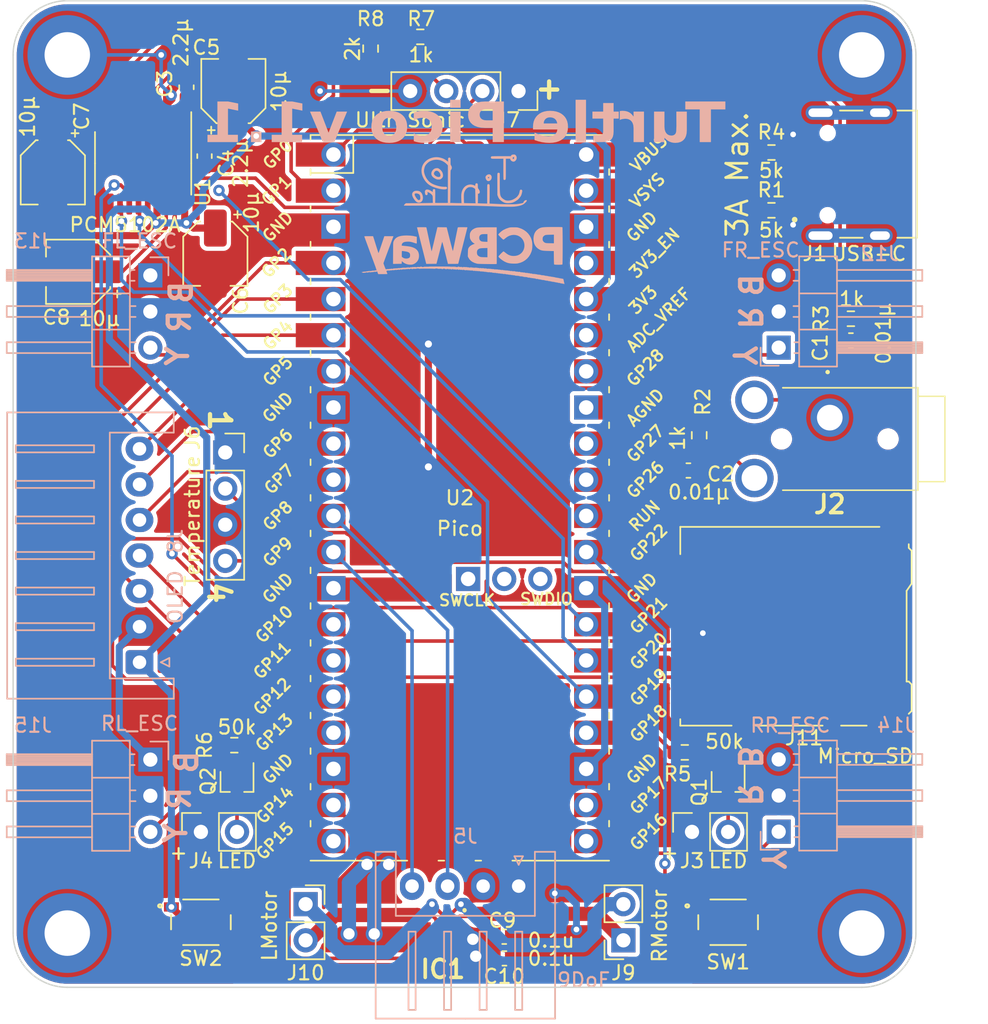
<source format=kicad_pcb>
(kicad_pcb (version 20221018) (generator pcbnew)
  (layers (0 "F.Cu" signal) (31 "B.Cu" signal) (34 "B.Paste" user) (35 "F.Paste" user) (36 "B.SilkS" user "B.Silkscreen") (37 "F.SilkS" user "F.Silkscreen") (38 "B.Mask" user) (39 "F.Mask" user) (44 "Edge.Cuts" user))
  (net 0 "")
  (net 1 "GND")
  (net 2 "+3.3V")
  (net 3 "+5V")
  (net 4 "Net-(J1-DN1)")
  (net 7 "Net-(J3-Pin_2)")
  (net 8 "/GP8")
  (net 9 "/GP9")
  (net 10 "/GP13")
  (net 11 "/GP10")
  (net 12 "/GP11")
  (net 13 "/GP16")
  (net 14 "/GP17")
  (net 15 "/GP15")
  (net 16 "/GP7")
  (net 17 "/GP2")
  (net 18 "/GP3")
  (net 19 "/GP4")
  (net 20 "/GP5")
  (net 21 "/GP12")
  (net 22 "/GP6")
  (net 23 "Net-(Q1-B)")
  (net 24 "Net-(Q2-B)")
  (net 25 "/GP28")
  (net 26 "/GP27")
  (net 27 "/GP14")
  (net 28 "/GP22")
  (net 29 "/GP18")
  (net 30 "/GP19")
  (net 31 "/GP20")
  (net 32 "/GP21")
  (net 33 "Net-(C1-Pad1)")
  (net 34 "Net-(U1-CAPP)")
  (net 35 "Net-(U1-CAPM)")
  (net 36 "Net-(U1-VNEG)")
  (net 37 "Net-(U1-LDOO)")
  (net 38 "Net-(IC1-AOUT1)")
  (net 39 "Net-(IC1-AOUT2)")
  (net 40 "Net-(IC1-BOUT1)")
  (net 41 "Net-(IC1-BOUT2)")
  (net 42 "Net-(J1-CC1)")
  (net 43 "Net-(J1-DP1)")
  (net 44 "Net-(J1-CC2)")
  (net 45 "Net-(J4-Pin_2)")
  (net 46 "Net-(J7-Pin_3)")
  (net 47 "/GP0")
  (net 48 "/GP1")
  (net 53 "Net-(C2-Pad1)")
  (net 54 "Net-(U1-OUTR)")
  (net 55 "Net-(U1-OUTL)")
  (footprint "MountingHole:MountingHole_3.2mm_M3_DIN965_Pad" (layer "F.Cu") (at 117.856 126.492)
    (fp_text reference "REF**")
    (fp_text value "MountingHole_3.2mm_M3_DIN965_Pad" hide)
  )
  (footprint "Package_TO_SOT_SMD:SOT-323_SC-70" (layer "F.Cu") (at 164.338 115.84 -90)
    (fp_text reference "Q1")
    (fp_text value "2SC4213" hide)
  )
  (footprint "Resistor_SMD:R_0603_1608Metric" (layer "F.Cu") (at 167.386 71.628)
    (fp_text reference "R4")
    (fp_text value "5k")
  )
  (footprint "Resistor_SMD:R_0603_1608Metric" (layer "F.Cu") (at 139.192 64.325 -90)
    (fp_text reference "R8")
    (fp_text value "2k")
  )
  (footprint "Resistor_SMD:R_0603_1608Metric" (layer "F.Cu") (at 142.685 63.5 180)
    (fp_text reference "R7")
    (fp_text value "1k")
  )
  (footprint "DRV8835:DRV8835DSSR" (layer "F.Cu") (at 144.546 126.934 -90)
    (fp_text reference "IC1")
    (fp_text value "DRV8835DSSR" hide)
  )
  (footprint "Resistor_SMD:R_0603_1608Metric" (layer "F.Cu") (at 129.603 113.284 180)
    (fp_text reference "R6")
    (fp_text value "50k")
  )
  (footprint "MountingHole:MountingHole_3.2mm_M3_DIN965_Pad" (layer "F.Cu") (at 173.736 126.492)
    (fp_text reference "REF**")
    (fp_text value "MountingHole_3.2mm_M3_DIN965_Pad" hide)
  )
  (footprint "Resistor_SMD:R_0603_1608Metric" (layer "F.Cu") (at 161.29 113.792 180)
    (fp_text reference "R5")
    (fp_text value "50k")
  )
  (footprint "STX-3000:STX3000" (layer "F.Cu") (at 171.488 90.264 180)
    (fp_text reference "J2")
    (fp_text value "AudioJack3" hide)
  )
  (footprint "Connector_PinSocket_2.54mm:PinSocket_1x02_P2.54mm_Vertical" (layer "F.Cu") (at 134.62 124.46)
    (fp_text reference "J10")
    (fp_text value "LMotor")
  )
  (footprint "Connector_PinSocket_2.54mm:PinSocket_1x02_P2.54mm_Vertical" (layer "F.Cu") (at 156.972 127 180)
    (fp_text reference "J9")
    (fp_text value "RMotor")
  )
  (footprint "Capacitor_SMD:C_0603_1608Metric" (layer "F.Cu") (at 161.544 93.98 180)
    (fp_text reference "C2")
    (fp_text value "0.01µ")
  )
  (footprint "SW_SKRPACE010:SW_SKRPACE010" (layer "F.Cu") (at 127.254 125.73)
    (fp_text reference "SW2")
    (fp_text value "SW_Push" hide)
  )
  (footprint "Capacitor_SMD:CP_Elec_4x5.4" (layer "F.Cu") (at 128.27 78.74 -90)
    (fp_text reference "C6")
    (fp_text value "10µ")
  )
  (footprint "Resistor_SMD:R_0603_1608Metric" (layer "F.Cu") (at 172.974 83.312)
    (fp_text reference "R3")
    (fp_text value "1k")
  )
  (footprint "Capacitor_SMD:C_0603_1608Metric" (layer "F.Cu") (at 126.238 67.043 90)
    (fp_text reference "C3")
    (fp_text value "2.2µ")
  )
  (footprint "Connector_PinSocket_2.54mm:PinSocket_1x04_P2.54mm_Vertical" (layer "F.Cu") (at 128.965 92.71)
    (fp_text reference "J6")
    (fp_text value "Temperature")
  )
  (footprint "Connector_PinSocket_2.54mm:PinSocket_1x02_P2.54mm_Vertical" (layer "F.Cu") (at 127.254 119.38 90)
    (fp_text reference "J4")
    (fp_text value "LED")
  )
  (footprint "Capacitor_SMD:C_0603_1608Metric" (layer "F.Cu") (at 148.59 126.746)
    (fp_text reference "C9")
    (fp_text value "0.1u")
  )
  (footprint "SW_SKRPACE010:SW_SKRPACE010" (layer "F.Cu") (at 164.338 125.73)
    (fp_text reference "SW1")
    (fp_text value "SW_Push" hide)
  )
  (footprint "Connector_PinSocket_2.54mm:PinSocket_1x04_P2.54mm_Vertical" (layer "F.Cu") (at 149.596 67.31 -90)
    (fp_text reference "J7")
    (fp_text value "UltraSonic")
  )
  (footprint "RPi_Pico:RPi_Pico_SMD_TH" (layer "F.Cu") (at 145.4659 95.9)
    (fp_text reference "U2")
    (fp_text value "Pico")
  )
  (footprint "Connector_Card:microSD_HC_Hirose_DM3AT-SF-PEJM5" (layer "F.Cu") (at 168.858 104.935 90)
    (fp_text reference "J11")
    (fp_text value "Micro_SD")
  )
  (footprint "Capacitor_SMD:CP_Elec_4x5.4" (layer "F.Cu") (at 118.618 80.01 180)
    (fp_text reference "C8")
    (fp_text value "10µ")
  )
  (footprint "Resistor_SMD:R_0603_1608Metric" (layer "F.Cu") (at 167.386 75.692)
    (fp_text reference "R1")
    (fp_text value "5k")
  )
  (footprint "Connector_PinSocket_2.54mm:PinSocket_1x02_P2.54mm_Vertical" (layer "F.Cu") (at 161.798 119.38 90)
    (fp_text reference "J3")
    (fp_text value "LED")
  )
  (footprint "Package_SO:TSSOP-20_4.4x6.5mm_P0.65mm" (layer "F.Cu") (at 123.19 72.39 -90)
    (fp_text reference "U1")
    (fp_text value "PCM5102A")
  )
  (footprint "Capacitor_SMD:C_0603_1608Metric" (layer "F.Cu") (at 148.603 128.27)
    (fp_text reference "C10")
    (fp_text value "0.1u")
  )
  (footprint "MountingHole:MountingHole_3.2mm_M3_DIN965_Pad" (layer "F.Cu") (at 117.856 64.77)
    (fp_text reference "REF**")
    (fp_text value "MountingHole_3.2mm_M3_DIN965_Pad" hide)
  )
  (footprint "NELTRON_5077CR-16SMC2-BK-TR:NELTRON_5077CR-16SMC2-BK-TR" (layer "F.Cu") (at 171.3375 73.15 90)
    (fp_text reference "J1")
    (fp_text value "USB-C")
  )
  (footprint "MountingHole:MountingHole_3.2mm_M3_DIN965_Pad" (layer "F.Cu") (at 173.736 64.77)
    (fp_text reference "REF**")
    (fp_text value "MountingHole_3.2mm_M3_DIN965_Pad" hide)
  )
  (footprint "Package_TO_SOT_SMD:SOT-323_SC-70" (layer "F.Cu") (at 129.794 115.84 -90)
    (fp_text reference "Q2")
    (fp_text value "2SC4213" hide)
  )
  (footprint "Capacitor_SMD:CP_Elec_4x5.4" (layer "F.Cu") (at 116.84 73.025 -90)
    (fp_text reference "C7")
    (fp_text value "10µ")
  )
  (footprint "Capacitor_SMD:CP_Elec_4x5.4" (layer "F.Cu") (at 129.54 67.31 90)
    (fp_text reference "C5")
    (fp_text value "10µ")
  )
  (footprint "Resistor_SMD:R_0603_1608Metric" (layer "F.Cu") (at 162.306 91.503 -90)
    (fp_text reference "R2")
    (fp_text value "1k")
  )
  (footprint "Capacitor_SMD:C_0603_1608Metric" (layer "F.Cu") (at 127.508 71.882 -90)
    (fp_text reference "C4")
    (fp_text value "2.2µ")
  )
  (footprint "Capacitor_SMD:C_0603_1608Metric" (layer "F.Cu") (at 172.974 84.836 180)
    (fp_text reference "C1")
    (fp_text value "0.01µ")
  )
  (footprint "Connector_PinHeader_2.54mm:PinHeader_1x03_P2.54mm_Horizontal" (layer "B.Cu") (at 167.894 119.365)
    (fp_text reference "J14")
    (fp_text value "RR_ESC")
  )
  (footprint "PCBWay:PCBWay" (layer "B.Cu") (at 145.796 78.74 180)
    (fp_text reference "G***" hide)
    (fp_text value "LOGO" hide)
  )
  (footprint "Connector_JST:JST_XH_S7B-XH-A_1x07_P2.50mm_Horizontal" (layer "B.Cu") (at 122.936 107.456 90)
    (fp_text reference "J8")
    (fp_text value "OLED")
  )
  (footprint "Connector_PinHeader_2.54mm:PinHeader_1x03_P2.54mm_Horizontal" (layer "B.Cu") (at 123.698 80.264 180)
    (fp_text reference "J13")
    (fp_text value "FL_ESC")
  )
  (footprint "Connector_PinHeader_2.54mm:PinHeader_1x03_P2.54mm_Horizontal" (layer "B.Cu") (at 167.894 85.344)
    (fp_text reference "J12")
    (fp_text value "FR_ESC")
  )
  (footprint "Connector_PinHeader_2.54mm:PinHeader_1x03_P2.54mm_Horizontal" (layer "B.Cu") (at 123.698 114.3 180)
    (fp_text reference "J15")
    (fp_text value "RL_ESC")
  )
  (footprint "JinPro:JinPro" (layer "B.Cu") (at 145.796 73.66 180)
    (fp_text reference "G***" hide)
    (fp_text value "LOGO" hide)
  )
  (footprint "Connector_JST:JST_XH_S4B-XH-A_1x04_P2.50mm_Horizontal" (layer "B.Cu") (at 149.606 123.19 180)
    (fp_text reference "J5")
    (fp_text value "9DoF")
  )
  (gr_line (start 177.546 64.770006) (end 177.546 126.492) (stroke (width 0.1)) (layer "Edge.Cuts"))
  (gr_line (start 117.856065 60.960025) (end 173.736 60.96) (stroke (width 0.1)) (layer "Edge.Cuts"))
  (gr_line (start 173.736 130.302) (end 117.856 130.302) (stroke (width 0.1)) (layer "Edge.Cuts"))
  (gr_arc (start 173.736 60.96) (mid 176.430085 62.075922) (end 177.546 64.77) (stroke (width 0.1)) (layer "Edge.Cuts"))
  (gr_arc (start 114.045987 64.770038) (mid 115.161934 62.075923) (end 117.856065 60.960025) (stroke (width 0.1)) (layer "Edge.Cuts"))
  (gr_line (start 114.046 126.492) (end 114.045987 64.770038) (stroke (width 0.1)) (layer "Edge.Cuts"))
  (gr_arc (start 177.546 126.492) (mid 176.430077 129.186077) (end 173.736 130.302) (stroke (width 0.1)) (layer "Edge.Cuts"))
  (gr_arc (start 117.856 130.302) (mid 115.161923 129.186077) (end 114.046 126.492) (stroke (width 0.1)) (layer "Edge.Cuts"))
  (gr_text "Y" (at 126.365 118.618 90) (layer "B.SilkS") (effects (font (size 1.5 1.5) (thickness 0.3) bold) (justify left bottom mirror)))
  (gr_text "R" (at 164.973 84.201 -90) (layer "B.SilkS") (effects (font (size 1.5 1.5) (thickness 0.3) bold) (justify left bottom mirror)))
  (gr_text "B" (at 127.127 113.538 90) (layer "B.SilkS") (effects (font (size 1.5 1.5) (thickness 0.3) bold) (justify left bottom mirror)))
  (gr_text "R" (at 126.619 116.078 90) (layer "B.SilkS") (effects (font (size 1.5 1.5) (thickness 0.3) bold) (justify left bottom mirror)))
  (gr_text "Y" (at 166.624 122.174 -90) (layer "B.SilkS") (effects (font (size 1.5 1.5) (thickness 0.3) bold) (justify left bottom mirror)))
  (gr_text "R" (at 126.619 82.55 90) (layer "B.SilkS") (effects (font (size 1.5 1.5) (thickness 0.3) bold) (justify left bottom mirror)))
  (gr_text "Y" (at 164.592 86.741 -90) (layer "B.SilkS") (effects (font (size 1.5 1.5) (thickness 0.3) bold) (justify left bottom mirror)))
  (gr_text "B" (at 166.878 80.01 90) (layer "B.SilkS") (effects (font (size 1.5 1.5) (thickness 0.3) bold) (justify left bottom mirror)))
  (gr_text "B" (at 164.973 115.062 -90) (layer "B.SilkS") (effects (font (size 1.5 1.5) (thickness 0.3) bold) (justify left bottom mirror)))
  (gr_text "Y" (at 126.492 85.09 90) (layer "B.SilkS") (effects (font (size 1.5 1.5) (thickness 0.3) bold) (justify left bottom mirror)))
  (gr_text "Turtle Pico v1.1" (at 145.796 71.374) (layer "B.SilkS") (effects (font (size 2.8 3) (thickness 0.3) bold) (justify bottom mirror)))
  (gr_text "B" (at 126.746 80.518 90) (layer "B.SilkS") (effects (font (size 1.5 1.5) (thickness 0.3) bold) (justify left bottom mirror)))
  (gr_text "R" (at 164.973 117.729 -90) (layer "B.SilkS") (effects (font (size 1.5 1.5) (thickness 0.3) bold) (justify left bottom mirror)))
  (gr_text "3A Max." (at 165.862 77.724 90) (layer "F.SilkS") (effects (font (size 1.5 1.5) (thickness 0.1875)) (justify left bottom)))
  (gr_text "+" (at 124.968 121.412) (layer "F.SilkS") (effects (font (size 1 1)) (justify left bottom)))
  (gr_text "1" (at 127.695 89.535 -90) (layer "F.SilkS") (effects (font (size 1.5 1.5) (thickness 0.3) bold) (justify left bottom)))
  (gr_text "+" (at 150.622 67.975) (layer "F.SilkS") (effects (font (size 1.5 1.5) (thickness 0.3) bold) (justify left bottom)))
  (gr_text "4" (at 127.635 101.66 -90) (layer "F.SilkS") (effects (font (size 1.5 1.5) (thickness 0.3) bold) (justify left bottom)))
  (gr_text "+" (at 159.512 121.412) (layer "F.SilkS") (effects (font (size 1 1)) (justify left bottom)))
  (gr_text "-" (at 138.684 68.072) (layer "F.SilkS") (effects (font (size 1.5 1.5) (thickness 0.3) bold) (justify left bottom)))
  (segment (start 137.7509 98.345) (end 138.938 97.1579) (width 0.25) (layer "F.Cu") (net 1))
  (segment (start 128.965 97.79) (end 129.52 98.345) (width 0.25) (layer "F.Cu") (net 1))
  (segment (start 137.048 89.55) (end 136.5759 89.55) (width 0.25) (layer "F.Cu") (net 1))
  (segment (start 138.938 97.1579) (end 138.938 91.44) (width 0.25) (layer "F.Cu") (net 1))
  (segment (start 138.938 91.44) (end 137.048 89.55) (width 0.25) (layer "F.Cu") (net 1))
  (segment (start 129.52 98.345) (end 137.7509 98.345) (width 0.25) (layer "F.Cu") (net 1))
  (via (at 137.668 126.5428) (size 1.2) (drill 0.8) (layers "F.Cu" "B.Cu") (net 1))
  (via (at 152.146 123.698) (size 0.8) (drill 0.4) (layers "F.Cu" "B.Cu") (net 1))
  (via (at 135.636 67.31) (size 0.8) (drill 0.4) (layers "F.Cu" "B.Cu") (net 1))
  (via (at 125.163 67.604959) (size 0.8) (drill 0.4) (layers "F.Cu" "B.Cu") (net 1))
  (via (at 138.938 121.666) (size 1.2) (drill 0.8) (layers "F.Cu" "B.Cu") (net 1))
  (via (at 124.46 64.77) (size 0.8) (drill 0.4) (layers "F.Cu" "B.Cu") (net 1))
  (via (at 140.462 121.666) (size 1.2) (drill 0.8) (layers "F.Cu" "B.Cu") (net 1))
  (via (at 139.446 126.5428) (size 1.2) (drill 0.8) (layers "F.Cu" "B.Cu") (net 1))
  (via (at 153.67 126.238) (size 0.8) (drill 0.4) (layers "F.Cu" "B.Cu") (net 1))
  (segment (start 153.67 124.46) (end 153.67 126.238) (width 0.48) (layer "B.Cu") (net 1))
  (segment (start 155.6559 113.65) (end 155.6559 103.55) (width 0.5) (layer "B.Cu") (net 1))
  (segment (start 153.67 124.46) (end 152.908 123.698) (width 0.48) (layer "B.Cu") (net 1))
  (segment (start 170.8375 68.83) (end 175.0175 68.83) (width 1) (layer "B.Cu") (net 1))
  (segment (start 170.8375 77.47) (end 175.0175 77.47) (width 1) (layer "B.Cu") (net 1))
  (segment (start 139.446 126.5428) (end 139.446 122.682) (width 1) (layer "B.Cu") (net 1))
  (segment (start 124.46 66.901959) (end 125.163 67.604959) (width 0.25) (layer "B.Cu") (net 1))
  (segment (start 137.668 126.5428) (end 137.668 122.936) (width 1) (layer "B.Cu") (net 1))
  (segment (start 152.908 123.698) (end 152.146 123.698) (width 0.48) (layer "B.Cu") (net 1))
  (segment (start 139.446 122.682) (end 140.462 121.666) (width 1) (layer "B.Cu") (net 1))
  (segment (start 124.46 64.77) (end 124.46 66.901959) (width 0.25) (layer "B.Cu") (net 1))
  (segment (start 155.6559 103.55) (end 154.3559 102.25) (width 0.5) (layer "B.Cu") (net 1))
  (segment (start 123.698 114.3) (end 121.511 112.113) (width 0.5) (layer "B.Cu") (net 1))
  (segment (start 137.668 122.936) (end 138.938 121.666) (width 1) (layer "B.Cu") (net 1))
  (segment (start 124.46 64.77) (end 117.856 64.77) (width 0.25) (layer "B.Cu") (net 1))
  (segment (start 121.511 112.113) (end 121.511 106.381) (width 0.5) (layer "B.Cu") (net 1))
  (segment (start 121.511 106.381) (end 122.936 104.956) (width 0.5) (layer "B.Cu") (net 1))
  (segment (start 154.3559 114.95) (end 155.6559 113.65) (width 0.5) (layer "B.Cu") (net 1))
  (segment (start 141.976 67.31) (end 135.636 67.31) (width 0.25) (layer "B.Cu") (net 1))
  (segment (start 128.27 76.94) (end 126.732 76.94) (width 0.5) (layer "F.Cu") (net 2))
  (segment (start 129.1225 69.5275) (end 129.54 69.11) (width 0.5) (layer "F.Cu") (net 2))
  (segment (start 115.57 76.151878) (end 115.57 72.495) (width 0.5) (layer "F.Cu") (net 2))
  (segment (start 126.373 76.581) (end 126.238 76.581) (width 0.5) (layer "F.Cu") (net 2))
  (segment (start 124.165 76.427082) (end 124.079 76.513082) (width 0.5) (layer "F.Cu") (net 2))
  (segment (start 126.238 76.446) (end 126.115 76.323) (width 0.5) (layer "F.Cu") (net 2))
  (segment (start 123.122082 77.47) (end 116.888122 77.47) (width 0.5) (layer "F.Cu") (net 2))
  (segment (start 120.735588 71.225) (end 116.84 71.225) (width 0.5) (layer "F.Cu") (net 2))
  (segment (start 163.238 125.63) (end 162.263 124.655) (width 0.5) (layer "F.Cu") (net 2))
  (segment (start 121.565 69.5275) (end 121.565 70.395588) (width 0.5) (layer "F.Cu") (net 2))
  (segment (start 126.115 76.323) (end 126.115 75.2525) (width 0.5) (layer "F.Cu") (net 2))
  (segment (start 126.732 76.94) (end 126.373 76.581) (width 0.5) (layer "F.Cu") (net 2))
  (segment (start 129.54 69.11) (end 129.786918 69.11) (width 0.5) (layer "F.Cu") (net 2))
  (segment (start 163.238 127.58) (end 163.238 125.63) (width 0.5) (layer "F.Cu") (net 2))
  (segment (start 124.079 76.581) (end 124.011082 76.581) (width 0.5) (layer "F.Cu") (net 2))
  (segment (start 129.786918 69.11) (end 131.146918 70.47) (width 0.5) (layer "F.Cu") (net 2))
  (segment (start 126.238 76.581) (end 126.238 76.446) (width 0.5) (layer "F.Cu") (net 2))
  (segment (start 116.888122 77.47) (end 115.57 76.151878) (width 0.5) (layer "F.Cu") (net 2))
  (segment (start 126.115 69.5275) (end 129.1225 69.5275) (width 0.5) (layer "F.Cu") (net 2))
  (segment (start 121.565 70.395588) (end 120.735588 71.225) (width 0.5) (layer "F.Cu") (net 2))
  (segment (start 124.165 75.2525) (end 124.165 76.427082) (width 0.5) (layer "F.Cu") (net 2))
  (segment (start 125.179 124.655) (end 130.269 129.745) (width 0.5) (layer "F.Cu") (net 2))
  (segment (start 124.011082 76.581) (end 123.122082 77.47) (width 0.5) (layer "F.Cu") (net 2))
  (segment (start 124.079 76.513082) (end 124.079 76.581) (width 0.5) (layer "F.Cu") (net 2))
  (segment (start 130.269 129.745) (end 161.073 129.745) (width 0.5) (layer "F.Cu") (net 2))
  (segment (start 161.073 129.745) (end 163.238 127.58) (width 0.5) (layer "F.Cu") (net 2))
  (segment (start 115.57 72.495) (end 116.84 71.225) (width 0.5) (layer "F.Cu") (net 2))
  (via (at 131.146918 70.47) (size 0.8) (drill 0.4) (layers "F.Cu" "B.Cu") (net 2))
  (via (at 125.179 124.655) (size 0.8) (drill 0.4) (layers "F.Cu" "B.Cu") (net 2))
  (via (at 126.238 76.581) (size 0.8) (drill 0.4) (layers "F.Cu" "B.Cu") (net 2))
  (via (at 124.079 76.581) (size 0.8) (drill 0.4) (layers "F.Cu" "B.Cu") (net 2))
  (segment (start 124.079 76.581) (end 126.238 76.581) (width 0.5) (layer "B.Cu") (net 2))
  (segment (start 127.381 74.235918) (end 131.146918 70.47) (width 0.5) (layer "B.Cu") (net 2))
  (segment (start 125.179 109.699) (end 125.179 124.655) (width 0.5) (layer "B.Cu") (net 2))
  (segment (start 124.079 76.394918) (end 124.079 76.581) (width 0.5) (layer "B.Cu") (net 2))
  (segment (start 120.816 76.101918) (end 121.313918 75.604) (width 0.5) (layer "B.Cu") (net 2))
  (segment (start 123.288082 75.604) (end 124.079 76.394918) (width 0.5) (layer "B.Cu") (net 2))
  (segment (start 122.936 107.456) (end 127.665 102.727) (width 0.5) (layer "B.Cu") (net 2))
  (segment (start 155.829 80.4569) (end 154.3559 81.93) (width 0.5) (layer "B.Cu") (net 2))
  (segment (start 131.146918 70.47) (end 154.925 70.47) (width 0.5) (layer "B.Cu") (net 2))
  (segment (start 126.238 76.581) (end 127.381 75.438) (width 0.5) (layer "B.Cu") (net 2))
  (segment (start 127.665 102.727) (end 127.665 91.657478) (width 0.5) (layer "B.Cu") (net 2))
  (segment (start 127.381 75.438) (end 127.381 74.235918) (width 0.5) (layer "B.Cu") (net 2))
  (segment (start 122.936 107.456) (end 125.179 109.699) (width 0.5) (layer "B.Cu") (net 2))
  (segment (start 121.313918 75.604) (end 123.288082 75.604) (width 0.5) (layer "B.Cu") (net 2))
  (segment (start 154.925 70.47) (end 155.829 71.374) (width 0.5) (layer "B.Cu") (net 2))
  (segment (start 155.829 71.374) (end 155.829 80.4569) (width 0.5) (layer "B.Cu") (net 2))
  (segment (start 120.816 84.808478) (end 120.816 76.101918) (width 0.5) (layer "B.Cu") (net 2))
  (segment (start 127.665 91.657478) (end 120.816 84.808478) (width 0.5) (layer "B.Cu") (net 2))
  (segment (start 169.302 70.75) (end 170.1437 70.75) (width 0.5) (layer "F.Cu") (net 3))
  (segment (start 147.815 128.257) (end 147.828 128.27) (width 1) (layer "F.Cu") (net 3))
  (segment (start 170.2725 75.55) (end 169.33 75.55) (width 0.5) (layer "F.Cu") (net 3))
  (segment (start 168.91 70.358) (end 169.302 70.75) (width 0.5) (layer "F.Cu") (net 3))
  (segment (start 168.91 76.708) (end 169.061 76.557) (width 0.5) (layer "F.Cu") (net 3))
  (segment (start 169.33 75.55) (end 169.061 75.819) (width 0.5) (layer "F.Cu") (net 3))
  (segment (start 143.256 85.09) (end 143.256 93.726) (width 0.5) (layer "F.Cu") (net 3))
  (segment (start 161.133 105.46) (end 162.51 105.46) (width 0.25) (layer "F.Cu") (net 3))
  (segment (start 169.061 76.557) (end 169.061 75.819) (width 0.5) (layer "F.Cu") (net 3))
  (segment (start 145.296 127.884) (end 145.796 127.884) (width 0.25) (layer "F.Cu") (net 3))
  (segment (start 162.51 105.46) (end 162.56 105.41) (width 0.25) (layer "F.Cu") (net 3))
  (via (at 146.3802 126.9238) (size 1.2) (drill 0.8) (layers "F.Cu" "B.Cu") (net 3))
  (via (at 146.5834 128.1176) (size 1.2) (drill 0.8) (layers "F.Cu" "B.Cu") (net 3))
  (via (at 143.256 93.726) (size 0.8) (drill 0.5) (layers "F.Cu" "B.Cu") (net 3))
  (via (at 162.56 105.41) (size 0.8) (drill 0.4) (layers "F.Cu" "B.Cu") (net 3))
  (via (at 143.256 85.09) (size 0.8) (drill 0.5) (layers "F.Cu" "B.Cu") (net 3))
  (via (at 168.91 70.358) (size 0.8) (drill 0.4) (layers "F.Cu" "B.Cu") (net 3))
  (via (at 168.91 76.708) (size 0.8) (drill 0.4) (layers "F.Cu" "B.Cu") (net 3))
  (segment (start 143.3789 70.926566) (end 143.792466 70.513) (width 0.25) (layer "F.Cu") (net 4))
  (segment (start 171.196 73.8515) (end 171.196 72.9485) (width 0.25) (layer "F.Cu") (net 4))
  (segment (start 147.822334 75.485) (end 145.732334 73.395) (width 0.25) (layer "F.Cu") (net 4))
  (segment (start 145.3789 70.513) (end 146.4659 71.6) (width 0.25) (layer "F.Cu") (net 4))
  (segment (start 158.9159 73.9) (end 157.3309 75.485) (width 0.25) (layer "F.Cu") (net 4))
  (segment (start 170.2725 73.9) (end 171.1475 73.9) (width 0.25) (layer "F.Cu") (net 4))
  (segment (start 143.3789 72.273434) (end 143.3789 70.926566) (width 0.25) (layer "F.Cu") (net 4))
  (segment (start 145.732334 73.395) (end 144.500466 73.395) (width 0.25) (layer "F.Cu") (net 4))
  (segment (start 171.196 72.9485) (end 171.1475 72.9) (width 0.25) (layer "F.Cu") (net 4))
  (segment (start 171.1475 73.9) (end 171.196 73.8515) (width 0.25) (layer "F.Cu") (net 4))
  (segment (start 170.2725 73.9) (end 158.9159 73.9) (width 0.25) (layer "F.Cu") (net 4))
  (segment (start 144.500466 73.395) (end 143.3789 72.273434) (width 0.25) (layer "F.Cu") (net 4))
  (segment (start 171.1475 72.9) (end 170.2725 72.9) (width 0.25) (layer "F.Cu") (net 4))
  (segment (start 143.792466 70.513) (end 145.3789 70.513) (width 0.25) (layer "F.Cu") (net 4))
  (segment (start 157.3309 75.485) (end 147.822334 75.485) (width 0.25) (layer "F.Cu") (net 4))
  (segment (start 164.338 119.38) (end 164.338 116.84) (width 0.25) (layer "F.Cu") (net 7))
  (segment (start 136.5759 97.17) (end 130.885 97.17) (width 0.25) (layer "F.Cu") (net 8))
  (segment (start 130.885 97.17) (end 128.965 95.25) (width 0.25) (layer "F.Cu") (net 8))
  (segment (start 144.606 105.2001) (end 136.5759 97.17) (width 0.25) (layer "B.Cu") (net 8))
  (segment (start 144.606 123.19) (end 144.606 105.2001) (width 0.25) (layer "B.Cu") (net 8))
  (segment (start 135.9559 100.33) (end 136.5759 99.71) (width 0.25) (layer "F.Cu") (net 9))
  (segment (start 136.5759 99.71) (end 135.8309 98.965) (width 0.25) (layer "F.Cu") (net 9))
  (segment (start 128.965 100.33) (end 135.9559 100.33) (width 0.25) (layer "F.Cu") (net 9))
  (segment (start 142.106 105.2401) (end 136.5759 99.71) (width 0.25) (layer "B.Cu") (net 9))
  (segment (start 142.106 123.19) (end 142.106 105.2401) (width 0.25) (layer "B.Cu") (net 9))
  (segment (start 127.508 115.57) (end 130.81 115.57) (width 0.25) (layer "F.Cu") (net 10))
  (segment (start 133.97 112.41) (end 136.5759 112.41) (width 0.25) (layer "F.Cu") (net 10))
  (segment (start 130.81 115.57) (end 133.97 112.41) (width 0.25) (layer "F.Cu") (net 10))
  (segment (start 123.698 119.38) (end 127.508 115.57) (width 0.25) (layer "F.Cu") (net 10))
  (segment (start 136.5759 104.79) (end 127.77 104.79) (width 0.25) (layer "F.Cu") (net 11))
  (segment (start 157.9259 106.56) (end 157.3309 105.965) (width 0.25) (layer "F.Cu") (net 11))
  (segment (start 137.7509 105.965) (end 136.5759 104.79) (width 0.25) (layer "F.Cu") (net 11))
  (segment (start 127.77 104.79) (end 122.936 99.956) (width 0.25) (layer "F.Cu") (net 11))
  (segment (start 161.133 106.56) (end 157.9259 106.56) (width 0.25) (layer "F.Cu") (net 11))
  (segment (start 157.3309 105.965) (end 137.7509 105.965) (width 0.25) (layer "F.Cu") (net 11))
  (segment (start 152.749 100.425) (end 153.399 101.075) (width 0.25) (layer "F.Cu") (net 12))
  (segment (start 121.539 101.059) (end 121.539 99.441) (width 0.25) (layer "F.Cu") (net 12))
  (segment (start 125.754299 98.781) (end 128.827299 101.854) (width 0.25) (layer "F.Cu") (net 12))
  (segment (start 127.81 107.33) (end 122.936 102.456) (width 0.25) (layer "F.Cu") (net 12))
  (segment (start 133.6009 101.075) (end 144.225 101.075) (width 0.25) (layer "F.Cu") (net 12))
  (segment (start 144.875 100.425) (end 152.749 100.425) (width 0.25) (layer "F.Cu") (net 12))
  (segment (start 122.936 102.456) (end 121.539 101.059) (width 0.25) (layer "F.Cu") (net 12))
  (segment (start 122.199 98.781) (end 125.754299 98.781) (width 0.25) (layer "F.Cu") (net 12))
  (segment (start 128.827299 101.854) (end 132.8219 101.854) (width 0.25) (layer "F.Cu") (net 12))
  (segment (start 132.8219 101.854) (end 133.6009 101.075) (width 0.25) (layer "F.Cu") (net 12))
  (segment (start 144.225 101.075) (end 144.875 100.425) (width 0.25) (layer "F.Cu") (net 12))
  (segment (start 153.399 101.075) (end 157.226 101.075) (width 0.25) (layer "F.Cu") (net 12))
  (segment (start 121.539 99.441) (end 122.199 98.781) (width 0.25) (layer "F.Cu") (net 12))
  (segment (start 160.511 104.36) (end 161.133 104.36) (width 0.25) (layer "F.Cu") (net 12))
  (segment (start 136.5759 107.33) (end 127.81 107.33) (width 0.25) (layer "F.Cu") (net 12))
  (segment (start 157.226 101.075) (end 160.511 104.36) (width 0.25) (layer "F.Cu") (net 12))
  (segment (start 166.379 120.88) (end 155.2059 120.88) (width 0.25) (layer "F.Cu") (net 13))
  (segment (start 167.894 119.365) (end 166.379 120.88) (width 0.25) (layer "F.Cu") (net 13))
  (segment (start 155.2059 120.88) (end 154.3559 120.03) (width 0.25) (layer "F.Cu") (net 13))
  (segment (start 157.226 122.682) (end 154.6579 122.682) (width 0.25) (layer "F.Cu") (net 14))
  (segment (start 158.496 123.952) (end 157.226 122.682) (width 0.25) (layer "F.Cu") (net 14))
  (segment (start 154.6579 122.682) (end 153.1809 121.205) (width 0.25) (layer "F.Cu") (net 14))
  (segment (start 153.1809 121.205) (end 153.1809 118.665) (width 0.25) (layer "F.Cu") (net 14))
  (segment (start 144.796 128.409) (end 145.482 129.095) (width 0.25) (layer "F.Cu") (net 14))
  (segment (start 145.482 129.095) (end 157.227 129.095) (width 0.25) (layer "F.Cu") (net 14))
  (segment (start 153.1809 118.665) (end 154.3559 117.49) (width 0.25) (layer "F.Cu") (net 14))
  (segment (start 144.796 127.884) (end 144.796 128.409) (width 0.25) (layer "F.Cu") (net 14))
  (segment (start 158.496 127.826) (end 158.496 123.952) (width 0.25) (layer "F.Cu") (net 14))
  (segment (start 157.227 129.095) (end 158.496 127.826) (width 0.25) (layer "F.Cu") (net 14))
  (segment (start 136.5759 120.03) (end 135.373819 120.03) (width 0.25) (layer "F.Cu") (net 15))
  (segment (start 135.373819 120.03) (end 132.995 122.408819) (width 0.25) (layer "F.Cu") (net 15))
  (segment (start 132.995 127.789396) (end 133.925604 128.72) (width 0.25) (layer "F.Cu") (net 15))
  (segment (start 143.796 128.409) (end 143.796 127.884) (width 0.25) (layer "F.Cu") (net 15))
  (segment (start 133.925604 128.72) (end 143.485 128.72) (width 0.25) (layer "F.Cu") (net 15))
  (segment (start 132.995 122.408819) (end 132.995 127.789396) (width 0.25) (layer "F.Cu") (net 15))
  (segment (start 143.485 128.72) (end 143.796 128.409) (width 0.25) (layer "F.Cu") (net 15))
  (segment (start 136.5759 94.63) (end 136.0209 94.075) (width 0.25) (layer "F.Cu") (net 16))
  (segment (start 136.0209 94.075) (end 126.317 94.075) (width 0.25) (layer "F.Cu") (net 16))
  (segment (start 126.317 94.075) (end 122.936 97.456) (width 0.25) (layer "F.Cu") (net 16))
  (segment (start 125.3781 85.852) (end 123.698 85.852) (width 0.25) (layer "F.Cu") (net 17))
  (segment (start 136.5759 79.39) (end 131.8401 79.39) (width 0.25) (layer "F.Cu") (net 17))
  (segment (start 131.8401 79.39) (end 125.3781 85.852) (width 0.25) (layer "F.Cu") (net 17))
  (segment (start 136.5759 79.39) (end 136.6729 79.487) (width 0.25) (layer "F.Cu") (net 17))
  (segment (start 136.5759 81.93) (end 129.936496 81.93) (width 0.25) (layer "F.Cu") (net 18))
  (segment (start 125.179 126.805) (end 123.503 126.805) (width 0.25) (layer "F.Cu") (net 18))
  (segment (start 119.888 91.978496) (end 119.888 123.19) (width 0.25) (layer "F.Cu") (net 18))
  (segment (start 123.503 126.805) (end 119.888 123.19) (width 0.25) (layer "F.Cu") (net 18))
  (segment (start 129.936496 81.93) (end 119.888 91.978496) (width 0.25) (layer "F.Cu") (net 18))
  (segment (start 128.778 111.126) (end 126.283 108.631) (width 0.25) (layer "F.Cu") (net 19))
  (segment (start 121.031 107.6961) (end 121.031 92.202) (width 0.25) (layer "F.Cu") (net 19))
  (segment (start 126.283 108.631) (end 121.9659 108.631) (width 0.25) (layer "F.Cu") (net 19))
  (segment (start 121.9659 108.631) (end 121.031 107.6961) (width 0.25) (layer "F.Cu") (net 19))
  (segment (start 128.763 84.47) (end 136.5759 84.47) (width 0.25) (layer "F.Cu") (net 19))
  (segment (start 128.844 112.842) (end 128.778 112.776) (width 0.25) (layer "F.Cu") (net 19))
  (segment (start 121.031 92.202) (end 128.763 84.47) (width 0.25) (layer "F.Cu") (net 19))
  (segment (start 128.778 112.776) (end 128.778 111.126) (width 0.25) (layer "F.Cu") (net 19))
  (segment (start 128.382 87.01) (end 136.5759 87.01) (width 0.25) (layer "F.Cu") (net 20))
  (segment (start 122.936 92.456) (end 128.382 87.01) (width 0.25) (layer "F.Cu") (net 20))
  (segment (start 161.133 108.76) (end 160.878 108.505) (width 0.25) (layer "F.Cu") (net 21))
  (segment (start 160.878 108.505) (end 137.9409 108.505) (width 0.25) (layer "F.Cu") (net 21))
  (segment (start 137.9409 108.505) (end 136.5759 109.87) (width 0.25) (layer "F.Cu") (net 21))
  (segment (start 126.652 91.24) (end 122.936 94.956) (width 0.25) (layer "F.Cu") (net 22))
  (segment (start 135.7259 91.24) (end 126.652 91.24) (width 0.25) (layer "F.Cu") (net 22))
  (segment (start 136.5759 92.09) (end 135.7259 91.24) (width 0.25) (layer "F.Cu") (net 22))
  (segment (start 163.94 113.792) (end 164.988 114.84) (width 0.25) (layer "F.Cu") (net 23))
  (segment (start 162.115 113.792) (end 163.94 113.792) (width 0.25) (layer "F.Cu") (net 23))
  (segment (start 130.444 114.84) (end 130.444 113.3) (width 0.25) (layer "F.Cu") (net 24))
  (segment (start 130.444 113.3) (end 130.428 113.284) (width 0.25) (layer "F.Cu") (net 24))
  (segment (start 155.5139 85.852) (end 154.3559 87.01) (width 0.25) (layer "F.Cu") (net 25))
  (segment (start 167.894 85.852) (end 155.5139 85.852) (width 0.25) (layer "F.Cu") (net 25))
  (segment (start 160.633 103.26) (end 158.75 101.377) (width 0.25) (layer "F.Cu") (net 26))
  (segment (start 158.75 94.8741) (end 155.9659 92.09) (width 0.25) (layer "F.Cu") (net 26))
  (segment (start 161.133 103.26) (end 160.633 103.26) (width 0.25) (layer "F.Cu") (net 26))
  (segment (start 155.9659 92.09) (end 154.3559 92.09) (width 0.25) (layer "F.Cu") (net 26))
  (segment (start 158.75 101.377) (end 158.75 94.8741) (width 0.25) (layer "F.Cu") (net 26))
  (segment (start 133.445 127.603) (end 133.445 123.285) (width 0.25) (layer "F.Cu") (net 27))
  (segment (start 133.739208 129.17) (end 132.545 127.975792) (width 0.25) (layer "F.Cu") (net 27))
  (segment (start 132.545 119.9109) (end 134.9659 117.49) (width 0.25) (layer "F.Cu") (net 27))
  (segment (start 143.296 127.884) (end 142.91 128.27) (width 0.25) (layer "F.Cu") (net 27))
  (segment (start 144.296 128.545396) (end 143.671396 129.17) (width 0.25) (layer "F.Cu") (net 27))
  (segment (start 136.2739 122.682) (end 137.7509 121.205) (width 0.25) (layer "F.Cu") (net 27))
  (segment (start 143.671396 129.17) (end 133.739208 129.17) (width 0.25) (layer "F.Cu") (net 27))
  (segment (start 144.296 127.884) (end 144.296 128.545396) (width 0.25) (layer "F.Cu") (net 27))
  (segment (start 142.91 128.27) (end 134.112 128.27) (width 0.25) (layer "F.Cu") (net 27))
  (segment (start 132.545 127.975792) (end 132.545 119.9109) (width 0.25) (layer "F.Cu") (net 27))
  (segment (start 137.7509 118.665) (end 136.5759 117.49) (width 0.25) (layer "F.Cu") (net 27))
  (segment (start 134.112 128.27) (end 133.445 127.603) (width 0.25) (layer "F.Cu") (net 27))
  (segment (start 133.445 123.285) (end 134.048 122.682) (width 0.25) (layer "F.Cu") (net 27))
  (segment (start 134.9659 117.49) (end 136.5759 117.49) (width 0.25) (layer "F.Cu") (net 27))
  (segment (start 137.7509 121.205) (end 137.7509 118.665) (width 0.25) (layer "F.Cu") (net 27))
  (segment (start 134.048 122.682) (end 136.2739 122.682) (width 0.25) (layer "F.Cu") (net 27))
  (segment (start 162.263 126.805) (end 159.893 124.435) (width 0.25) (layer "F.Cu") (net 28))
  (segment (start 159.893 124.435) (end 159.893 121.605) (width 0.25) (layer "F.Cu") (net 28))
  (via (at 159.893 121.605) (size 0.8) (drill 0.4) (layers "F.Cu" "B.Cu") (net 28))
  (segment (start 159.893 105.2471) (end 154.3559 99.71) (width 0.25) (layer "B.Cu") (net 28))
  (segment (start 159.893 121.605) (end 159.893 105.2471) (width 0.25) (layer "B.Cu") (net 28))
  (segment (start 160.465 113.792) (end 159.083 112.41) (width 0.25) (layer "F.Cu") (net 29))
  (segment (start 159.083 112.41) (end 154.3559 112.41) (width 0.25) (layer "F.Cu") (net 29))
  (segment (start 121.666 76.454) (end 121.666 75.3535) (width 0.25) (layer "F.Cu") (net 30))
  (segment (start 121.666 75.3535) (end 121.565 75.2525) (width 0.25) (layer "F.Cu") (net 30))
  (via (at 121.666 76.454) (size 0.8) (drill 0.4) (layers "F.Cu" "B.Cu") (net 30))
  (segment (start 154.3559 109.87) (end 147.415 102.9291) (width 0.25) (layer "B.Cu") (net 30))
  (segment (start 130.508 85.645) (end 126.302 81.439) (width 0.25) (layer "B.Cu") (net 30))
  (segment (start 121.666 76.454) (end 121.666 80.582) (width 0.25) (layer "B.Cu") (net 30))
  (segment (start 122.523 81.439) (end 121.666 80.582) (width 0.25) (layer "B.Cu") (net 30))
  (segment (start 126.302 81.439) (end 122.523 81.439) (width 0.25) (layer "B.Cu") (net 30))
  (segment (start 147.415 102.9291) (end 147.415 96.187399) (width 0.25) (layer "B.Cu") (net 30))
  (segment (start 147.415 96.187399) (end 136.872601 85.645) (width 0.25) (layer "B.Cu") (net 30))
  (segment (start 136.872601 85.645) (end 130.508 85.645) (width 0.25) (layer "B.Cu") (net 30))
  (segment (start 122.936 75.3235) (end 122.865 75.2525) (width 0.25) (layer "F.Cu") (net 31))
  (segment (start 122.936 76.454) (end 122.936 75.3235) (width 0.25) (layer "F.Cu") (net 31))
  (via (at 122.936 76.454) (size 0.8) (drill 0.4) (layers "F.Cu" "B.Cu") (net 31))
  (segment (start 152.7309 98.773299) (end 137.062601 83.105) (width 0.25) (layer "B.Cu") (net 31))
  (segment (start 128.698 83.105) (end 122.936 77.343) (width 0.25) (layer "B.Cu") (net 31))
  (segment (start 154.3559 107.33) (end 152.7309 105.705) (width 0.25) (layer "B.Cu") (net 31))
  (segment (start 122.936 77.343) (end 122.936 76.454) (width 0.25) (layer "B.Cu") (net 31))
  (segment (start 152.7309 105.705) (end 152.7309 98.773299) (width 0.25) (layer "B.Cu") (net 31))
  (segment (start 137.062601 83.105) (end 128.698 83.105) (width 0.25) (layer "B.Cu") (net 31))
  (segment (start 129.015 103.615) (end 126.746 101.346) (width 0.25) (layer "F.Cu") (net 32))
  (segment (start 126.746 101.346) (end 125.222 99.822) (width 0.25) (layer "F.Cu") (net 32))
  (segment (start 121.158 73.914) (end 121.613999 73.914) (width 0.25) (layer "F.Cu") (net 32))
  (segment (start 128.524 74.295) (end 128.419 74.19) (width 0.25) (layer "F.Cu") (net 32))
  (segment (start 154.3559 104.79) (end 153.1809 103.615) (width 0.25) (layer "F.Cu") (net 32))
  (segment (start 153.1809 103.615) (end 129.015 103.615) (width 0.25) (layer "F.Cu") (net 32))
  (segment (start 122.215 74.515001) (end 122.215 75.2525) (width 0.25) (layer "F.Cu") (net 32))
  (segment (start 121.613999 73.914) (end 122.215 74.515001) (width 0.25) (layer "F.Cu") (net 32))
  (via (at 121.158 73.914) (size 0.8) (drill 0.4) (layers "F.Cu" "B.Cu") (net 32))
  (via (at 125.222 99.822) (size 0.8) (drill 0.4) (layers "F.Cu" "B.Cu") (net 32))
  (via (at 128.524 74.295) (size 0.8) (drill 0.4) (layers "F.Cu" "B.Cu") (net 32))
  (segment (start 134.794 80.565) (end 128.524 74.295) (width 0.25) (layer "B.Cu") (net 32))
  (segment (start 120.241 87.974299) (end 120.241 74.831) (width 0.25) (layer "B.Cu") (net 32))
  (segment (start 153.1809 103.615) (end 153.1809 96.683299) (width 0.25) (layer "B.Cu") (net 32))
  (segment (start 125.222 92.955299) (end 120.241 87.974299) (width 0.25) (layer "B.Cu") (net 32))
  (segment (start 154.3559 104.79) (end 153.1809 103.615) (width 0.25) (layer "B.Cu") (net 32))
  (segment (start 125.222 99.822) (end 125.222 92.955299) (width 0.25) (layer "B.Cu") (net 32))
  (segment (start 153.1809 96.683299) (end 137.062601 80.565) (width 0.25) (layer "B.Cu") (net 32))
  (segment (start 120.241 74.831) (end 121.158 73.914) (width 0.25) (layer "B.Cu") (net 32))
  (segment (start 137.062601 80.565) (end 134.794 80.565) (width 0.25) (layer "B.Cu") (net 32))
  (segment (start 173.799 83.312) (end 173.799 84.786) (width 0.25) (layer "F.Cu") (net 33))
  (segment (start 173.749 84.836) (end 169.571 89.014) (width 0.25) (layer "F.Cu") (net 33))
  (segment (start 173.799 85.04) (end 173.749 85.09) (width 0.25) (layer "F.Cu") (net 33))
  (segment (start 169.571 89.014) (end 166.188 89.014) (width 0.25) (layer "F.Cu") (net 33))
  (segment (start 173.799 84.786) (end 173.749 84.836) (width 0.25) (layer "F.Cu") (net 33))
  (segment (start 125.465 69.5275) (end 125.465 68.591) (width 0.25) (layer "F.Cu") (net 34))
  (segment (start 125.465 68.591) (end 126.238 67.818) (width 0.25) (layer "F.Cu") (net 34))
  (segment (start 125.476 69.5165) (end 125.465 69.5275) (width 0.25) (layer "F.Cu") (net 34))
  (segment (start 124.994 66.268) (end 126.238 66.268) (width 0.25) (layer "F.Cu") (net 35))
  (segment (start 124.165 67.097) (end 124.994 66.268) (width 0.25) (layer "F.Cu") (net 35))
  (segment (start 124.165 69.5275) (end 124.165 67.097) (width 0.25) (layer "F.Cu") (net 35))
  (segment (start 124.357001 71.107) (end 123.515 70.264999) (width 0.25) (layer "F.Cu") (net 36))
  (segment (start 127.508 71.107) (end 124.357001 71.107) (width 0.25) (layer "F.Cu") (net 36))
  (segment (start 123.515 70.264999) (end 123.515 69.5275) (width 0.25) (layer "F.Cu") (net 36))
  (segment (start 120.418 80.01) (end 121.718 80.01) (width 0.25) (layer "F.Cu") (net 37))
  (segment (start 121.718 80.01) (end 124.815 76.913) (width 0.25) (layer "F.Cu") (net 37))
  (segment (start 124.815 76.913) (end 124.815 75.2525) (width 0.25) (layer "F.Cu") (net 37))
  (segment (start 145.449 125.315) (end 146.304 125.315) (width 0.25) (layer "F.Cu") (net 38))
  (segment (start 145.296 125.468) (end 145.449 125.315) (width 0.25) (layer "F.Cu") (net 38))
  (segment (start 145.296 125.984) (end 145.296 125.468) (width 0.25) (layer "F.Cu") (net 38))
  (segment (start 155.11 125.138) (end 146.621 125.138) (width 1) (layer "F.Cu") (net 38))
  (segment (start 146.621 125.138) (end 146.621 125.315) (width 1) (layer "F.Cu") (net 38))
  (segment (start 156.972 127) (end 155.11 125.138) (width 1) (layer "F.Cu") (net 38))
  (segment (start 144.796 125.206) (end 145.542 124.46) (width 0.25) (layer "F.Cu") (net 39))
  (segment (start 144.796 125.984) (end 144.796 125.206) (width 0.25) (layer "F.Cu") (net 39))
  (via (at 145.542 124.46) (size 0.8) (drill 0.4) (layers "F.Cu" "B.Cu") (net 39))
  (segment (start 148.632878 127.338) (end 145.810393 124.515515) (width 1) (layer "B.Cu") (net 39))
  (segment (start 154.94 125.289919) (end 154.94 126.523635) (width 1) (layer "B.Cu") (net 39))
  (segment (start 145.810393 124.515515) (end 145.597515 124.515515) (width 1) (layer "B.Cu") (net 39))
  (segment (start 154.94 126.523635) (end 154.125635 127.338) (width 1) (layer "B.Cu") (net 39))
  (segment (start 155.769919 124.46) (end 154.94 125.289919) (width 1) (layer "B.Cu") (net 39))
  (segment (start 154.125635 127.338) (end 148.632878 127.338) (width 1) (layer "B.Cu") (net 39))
  (segment (start 156.972 124.46) (end 155.769919 124.46) (width 1) (layer "B.Cu") (net 39))
  (segment (start 144.296 125.246) (end 143.51 124.46) (width 0.25) (layer "F.Cu") (net 40))
  (segment (start 144.296 125.984) (end 144.296 125.246) (width 0.25) (layer "F.Cu") (net 40))
  (via (at 143.51 124.46) (size 0.8) (drill 0.4) (layers "F.Cu" "B.Cu") (net 40))
  (segment (start 136.368 127.081278) (end 137.129522 127.8428) (width 1) (layer "B.Cu") (net 40))
  (segment (start 134.62 124.46) (end 136.368 126.208) (width 1) (layer "B.Cu") (net 40))
  (segment (start 137.129522 127.8428) (end 140.3812 127.8428) (width 1) (layer "B.Cu") (net 40))
  (segment (start 136.368 126.208) (end 136.368 127.081278) (width 1) (layer "B.Cu") (net 40))
  (segment (start 140.3812 127.8428) (end 143.51 124.714) (width 1) (layer "B.Cu") (net 40))
  (segment (start 134.62 127) (end 134.898726 127) (width 1) (layer "F.Cu") (net 41))
  (segment (start 143.796 125.526) (end 143.585 125.315) (width 0.25) (layer "F.Cu") (net 41))
  (segment (start 142.471 125.222) (end 142.471 125.315) (width 1) (layer "F.Cu") (net 41))
  (segment (start 143.585 125.315) (end 143.002 125.315) (width 0.25) (layer "F.Cu") (net 41))
  (segment (start 143.796 125.984) (end 143.796 125.526) (width 0.25) (layer "F.Cu") (net 41))
  (segment (start 136.676726 125.222) (end 142.471 125.222) (width 1) (layer "F.Cu") (net 41))
  (segment (start 134.898726 127) (end 136.676726 125.222) (width 1) (layer "F.Cu") (net 41))
  (segment (start 168.211 75.692) (end 168.211 75.217) (width 0.25) (layer "F.Cu") (net 42))
  (segment (start 168.211 75.217) (end 169.028 74.4) (width 0.25) (layer "F.Cu") (net 42))
  (segment (start 169.028 74.4) (end 170.2725 74.4) (width 0.25) (layer "F.Cu") (net 42))
  (segment (start 170.2725 73.4) (end 168.148 73.4) (width 0.25) (layer "F.Cu") (net 43))
  (segment (start 157.5959 73.4) (end 157.1409 72.945) (width 0.25) (layer "F.Cu") (net 43))
  (segment (start 157.1409 72.945) (end 145.8109 72.945) (width 0.25) (layer "F.Cu") (net 43))
  (segment (start 168.148 73.4) (end 157.5959 73.4) (width 0.25) (layer "F.Cu") (net 43))
  (segment (start 144.4659 71.6) (end 145.8109 72.945) (width 0.25) (layer "F.Cu") (net 43))
  (segment (start 170.2725 72.4) (end 169.3975 72.4) (width 0.25) (layer "F.Cu") (net 43))
  (segment (start 169.3975 72.4) (end 168.3975 73.4) (width 0.25) (layer "F.Cu") (net 43))
  (segment (start 168.211 71.628) (end 168.439 71.4) (width 0.25) (layer "F.Cu") (net 44))
  (segment (start 168.439 71.4) (end 170.2725 71.4) (width 0.25) (layer "F.Cu") (net 44))
  (segment (start 129.794 119.38) (end 129.794 116.84) (width 0.25) (layer "F.Cu") (net 45))
  (segment (start 143.51 66.304) (end 144.516 67.31) (width 0.25) (layer "F.Cu") (net 46))
  (segment (start 143.51 63.5) (end 143.51 66.304) (width 0.25) (layer "F.Cu") (net 46))
  (segment (start 138.2829 70.063) (end 136.5759 71.77) (width 0.25) (layer "F.Cu") (net 47))
  (segment (start 147.056 67.31) (end 144.303 70.063) (width 0.25) (layer "F.Cu") (net 47))
  (segment (start 144.303 70.063) (end 138.2829 70.063) (width 0.25) (layer "F.Cu") (net 47))
  (segment (start 139.192 63.5) (end 136.5759 66.1161) (width 0.25) (layer "F.Cu") (net 48))
  (segment (start 133.6009 72.945) (end 134.9659 74.31) (width 0.25) (layer "F.Cu") (net 48))
  (segment (start 134.9659 74.31) (end 136.5759 74.31) (width 0.25) (layer "F.Cu") (net 48))
  (segment (start 136.5759 67.62) (end 133.6009 70.595) (width 0.25) (layer "F.Cu") (net 48))
  (segment (start 136.5759 66.1161) (end 136.5759 67.62) (width 0.25) (layer "F.Cu") (net 48))
  (segment (start 139.192 63.5) (end 141.86 63.5) (width 0.25) (layer "F.Cu") (net 48))
  (segment (start 133.6009 70.595) (end 133.6009 72.945) (width 0.25) (layer "F.Cu") (net 48))
  (segment (start 162.306 93.967) (end 162.319 93.98) (width 0.25) (layer "F.Cu") (net 53))
  (segment (start 162.306 92.328) (end 162.306 93.967) (width 0.25) (layer "F.Cu") (net 53))
  (segment (start 162.306 92.328) (end 164.002 92.328) (width 0.25) (layer "F.Cu") (net 53))
  (segment (start 164.002 92.328) (end 166.188 94.514) (width 0.25) (layer "F.Cu") (net 53))
  (segment (start 144.272 79.248) (end 144.272 77.945666) (width 0.25) (layer "F.Cu") (net 54))
  (segment (start 144.272 77.945666) (end 141.811334 75.485) (width 0.25) (layer "F.Cu") (net 54))
  (segment (start 141.811334 75.485) (end 133.145052 75.485) (width 0.25) (layer "F.Cu") (net 54))
  (segment (start 124.486 73.432) (end 122.215 71.161) (width 0.25) (layer "F.Cu") (net 54))
  (segment (start 122.215 71.161) (end 122.215 69.5275) (width 0.25) (layer "F.Cu") (net 54))
  (segment (start 159.813 88.185) (end 153.209 88.185) (width 0.25) (layer "F.Cu") (net 54))
  (segment (start 153.209 88.185) (end 144.272 79.248) (width 0.25) (layer "F.Cu") (net 54))
  (segment (start 133.145052 75.485) (end 131.092052 73.432) (width 0.25) (layer "F.Cu") (net 54))
  (segment (start 131.092052 73.432) (end 124.486 73.432) (width 0.25) (layer "F.Cu") (net 54))
  (segment (start 162.306 90.678) (end 159.813 88.185) (width 0.25) (layer "F.Cu") (net 54))
  (segment (start 172.2125 68.488274) (end 166.208226 62.484) (width 0.25) (layer "F.Cu") (net 55))
  (segment (start 122.865 69.5275) (end 122.865 68.494052) (width 0.25) (layer "F.Cu") (net 55))
  (segment (start 125.476 62.484) (end 122.165 65.795) (width 0.25) (layer "F.Cu") (net 55))
  (segment (start 122.165 67.794052) (end 122.165 65.795) (width 0.25) (layer "F.Cu") (net 55))
  (segment (start 172.149 83.312) (end 172.2125 83.2485) (width 0.25) (layer "F.Cu") (net 55))
  (segment (start 122.865 68.494052) (end 122.165 67.794052) (width 0.25) (layer "F.Cu") (net 55))
  (segment (start 172.2125 83.2485) (end 172.2125 68.488274) (width 0.25) (layer "F.Cu") (net 55))
  (segment (start 166.208226 62.484) (end 125.476 62.484) (width 0.25) (layer "F.Cu") (net 55))
  (zone (net 1) (net_name "GND") (layer "F.Cu") (connect_pads yes (clearance 0.3)) (min_thickness 0.25) (fill yes (thermal_gap 0.5) (thermal_bridge_width 0.5))
    (polygon (pts (arc (start 177.292 64.77) (mid 176.250472 62.255528) (end 173.736 61.214)) (arc (start 117.856 61.214) (mid 115.341528 62.255528) (end 114.3 64.77)) (arc (start 114.3 126.492) (mid 115.341528 129.006472) (end 117.856 130.048)) (arc (start 173.736 130.048) (mid 176.250472 129.006472) (end 177.292 126.492))))
  )
  (zone (net 3) (net_name "+5V") (layer "F.Cu") (connect_pads yes (clearance 0.3)) (min_thickness 0.2) (fill yes (thermal_gap 0.5) (thermal_bridge_width 0.5))
    (polygon (pts (xy 144.9832 125.7808) (xy 148.336 125.7808) (xy 148.336 128.8796) (xy 144.9832 128.8796)))
  )
  (zone (net 3) (net_name "+5V") (layer "B.Cu") (connect_pads yes (clearance 0.3)) (min_thickness 0.25) (fill yes (thermal_gap 0.5) (thermal_bridge_width 0.5))
    (polygon (pts (arc (start 177.292 64.77) (mid 176.250472 62.255528) (end 173.736 61.214)) (arc (start 117.856 61.214) (mid 115.341528 62.255528) (end 114.3 64.77)) (arc (start 114.3 126.492) (mid 115.341528 129.006472) (end 117.856 130.048)) (arc (start 173.736 130.048) (mid 176.250472 129.006472) (end 177.292 126.492))))
  )
)
</source>
